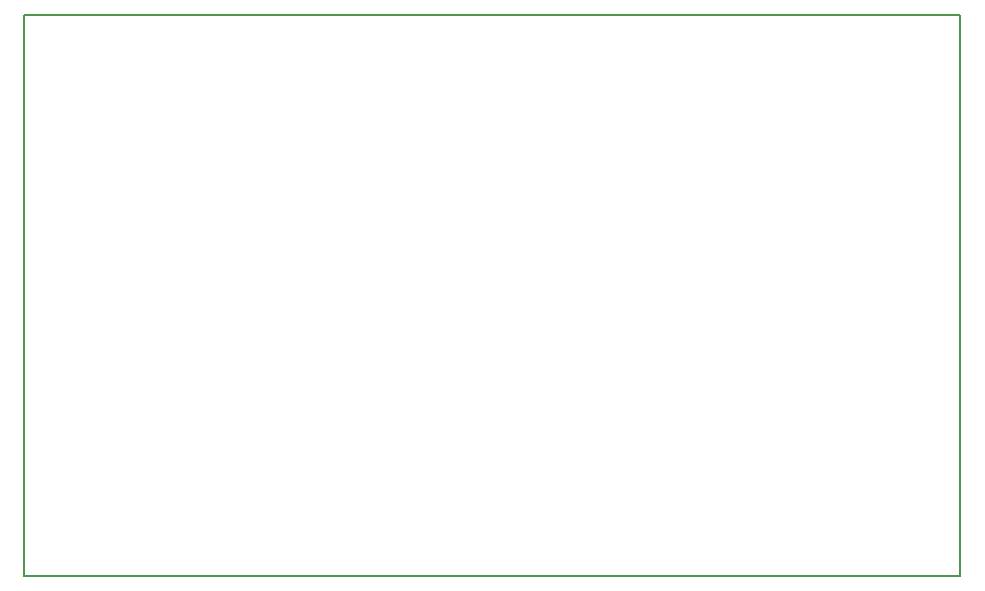
<source format=gbr>
G04 #@! TF.FileFunction,Profile,NP*
%FSLAX46Y46*%
G04 Gerber Fmt 4.6, Leading zero omitted, Abs format (unit mm)*
G04 Created by KiCad (PCBNEW 4.0.4-stable) date Monday, December 05, 2016 'PMt' 07:15:31 PM*
%MOMM*%
%LPD*%
G01*
G04 APERTURE LIST*
%ADD10C,0.100000*%
%ADD11C,0.150000*%
G04 APERTURE END LIST*
D10*
D11*
X45250000Y-76500000D02*
X124500000Y-76500000D01*
X45250000Y-29000000D02*
X45250000Y-76500000D01*
X124500000Y-29000000D02*
X45250000Y-29000000D01*
X124500000Y-76500000D02*
X124500000Y-29000000D01*
M02*

</source>
